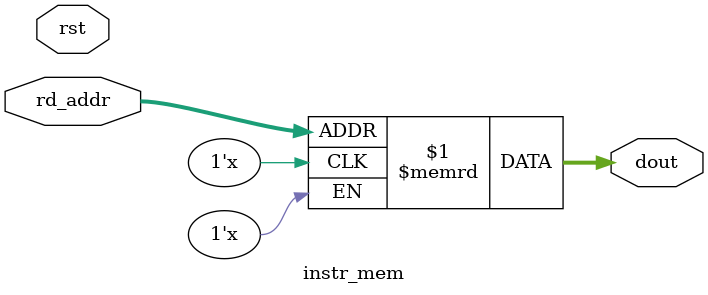
<source format=sv>
module instr_mem #(
    parameter ADDR_WIDTH = 32,
    parameter DATA_WIDTH = 32
)(
    input logic rst,
    //input logic [ADDR_WIDTH-1:0] wr_addr,
    input logic [ADDR_WIDTH-1:0] rd_addr,
    //input logic [DATA_WIDTH-1:0] din,   
    output logic [DATA_WIDTH-1:0] dout
);
    logic [DATA_WIDTH-1:0] ram_array [(2**ADDR_WIDTH) - 1:0];

    assign dout = ram_array[rd_addr];

endmodule
</source>
